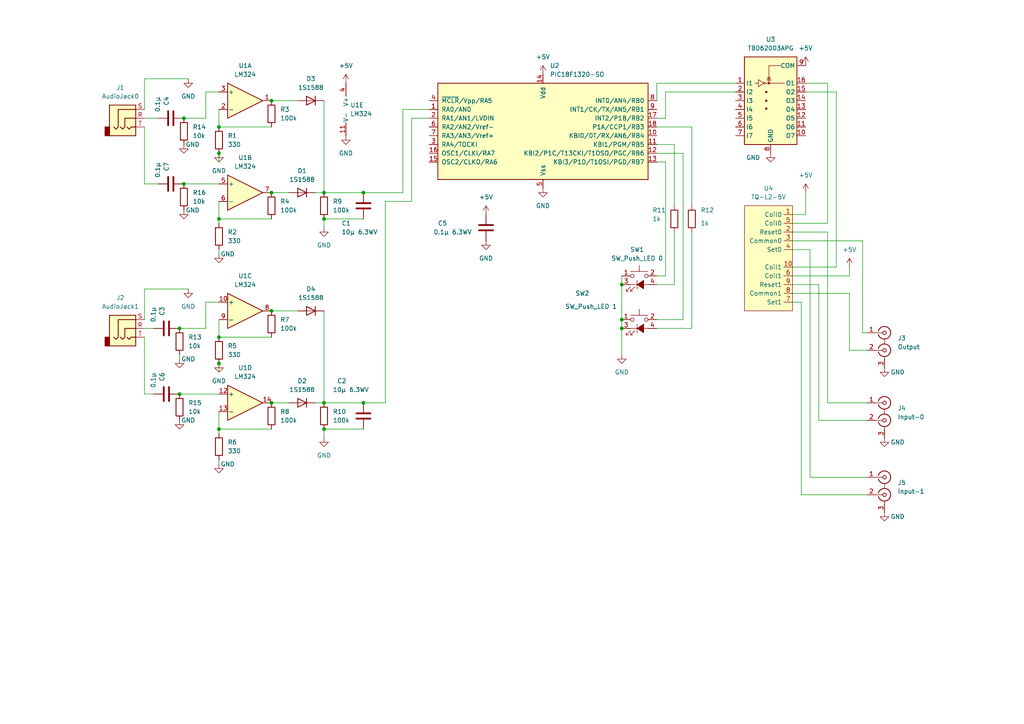
<source format=kicad_sch>
(kicad_sch (version 20211123) (generator eeschema)
  (paper "A4")
  (lib_symbols
    (symbol "Amplifier_Operational:LM324" (pin_names (offset 0.127))
      (property "Reference" "U" (at 0 5.08 0))
      (property "Value" "LM324" (at 0 -5.08 0))
      (symbol "LM324_1_1"
        (polyline (pts (xy -5.08 5.08) (xy 5.08 0) (xy -5.08 -5.08) (xy -5.08 5.08)) (stroke (width 0.254)) (fill (type background)))
        (pin output line (at 7.62 0 180) (length 2.54) (name "~") (number "1"))
        (pin input line (at -7.62 -2.54 0) (length 2.54) (name "-") (number "2"))
        (pin input line (at -7.62 2.54 0) (length 2.54) (name "+") (number "3"))
      )
      (symbol "LM324_2_1"
        (polyline (pts (xy -5.08 5.08) (xy 5.08 0) (xy -5.08 -5.08) (xy -5.08 5.08)) (stroke (width 0.254)) (fill (type background)))
        (pin input line (at -7.62 2.54 0) (length 2.54) (name "+") (number "5"))
        (pin input line (at -7.62 -2.54 0) (length 2.54) (name "-") (number "6"))
        (pin output line (at 7.62 0 180) (length 2.54) (name "~") (number "7"))
      )
      (symbol "LM324_3_1"
        (polyline (pts (xy -5.08 5.08) (xy 5.08 0) (xy -5.08 -5.08) (xy -5.08 5.08)) (stroke (width 0.254)) (fill (type background)))
        (pin input line (at -7.62 2.54 0) (length 2.54) (name "+") (number "10"))
        (pin output line (at 7.62 0 180) (length 2.54) (name "~") (number "8"))
        (pin input line (at -7.62 -2.54 0) (length 2.54) (name "-") (number "9"))
      )
      (symbol "LM324_4_1"
        (polyline (pts (xy -5.08 5.08) (xy 5.08 0) (xy -5.08 -5.08) (xy -5.08 5.08)) (stroke (width 0.254)) (fill (type background)))
        (pin input line (at -7.62 2.54 0) (length 2.54) (name "+") (number "12"))
        (pin input line (at -7.62 -2.54 0) (length 2.54) (name "-") (number "13"))
        (pin output line (at 7.62 0 180) (length 2.54) (name "~") (number "14"))
      )
      (symbol "LM324_5_1"
        (pin power_in line (at -2.54 -7.62 90) (length 3.81) (name "V-") (number "11"))
        (pin power_in line (at -2.54 7.62 270) (length 3.81) (name "V+") (number "4"))
      )
    )
    (symbol "Connector:AudioJack3"
      (property "Reference" "J" (at 0 8.89 0))
      (property "Value" "AudioJack3" (at 0 6.35 0))
      (symbol "AudioJack3_0_1"
        (rectangle (start -5.08 -5.08) (end -6.35 -2.54) (stroke (width 0.254)) (fill (type outline)))
        (polyline (pts (xy 0 -2.54) (xy 0.635 -3.175) (xy 1.27 -2.54) (xy 2.54 -2.54)) (stroke (width 0.254)))
        (polyline (pts (xy -1.905 -2.54) (xy -1.27 -3.175) (xy -0.635 -2.54) (xy -0.635 0) (xy 2.54 0)) (stroke (width 0.254)))
        (polyline (pts (xy 2.54 2.54) (xy -2.54 2.54) (xy -2.54 -2.54) (xy -3.175 -3.175) (xy -3.81 -2.54)) (stroke (width 0.254)))
        (rectangle (start 2.54 3.81) (end -5.08 -5.08) (stroke (width 0.254)) (fill (type background)))
      )
      (symbol "AudioJack3_1_1"
        (pin passive line (at 5.08 0 180) (length 2.54) (name "~") (number "R"))
        (pin passive line (at 5.08 2.54 180) (length 2.54) (name "~") (number "S"))
        (pin passive line (at 5.08 -2.54 180) (length 2.54) (name "~") (number "T"))
      )
    )
    (symbol "Connector:Conn_Coaxial_x2" (pin_names (offset 1.016) hide)
      (property "Reference" "J" (at 0 5.715 0))
      (property "Value" "Conn_Coaxial_x2" (at 2.921 0 90))
      (symbol "Conn_Coaxial_x2_0_1"
        (arc (start -1.778 -3.048) (mid 0.2311 -4.3466) (end 1.778 -2.54) (stroke (width 0.254)))
        (arc (start -1.778 2.032) (mid 0.2311 0.7334) (end 1.778 2.54) (stroke (width 0.254)))
        (circle (center 0 -2.54) (radius 0.508) (stroke (width 0.2032)))
        (polyline (pts (xy -2.54 -2.54) (xy -0.508 -2.54)))
        (polyline (pts (xy -2.54 2.54) (xy -0.508 2.54)))
        (polyline (pts (xy 0 -5.08) (xy 0 -4.318)))
        (polyline (pts (xy 0 0.762) (xy 0 -0.635)))
        (circle (center 0 2.54) (radius 0.508) (stroke (width 0.2032)))
        (arc (start 1.778 -2.54) (mid 0.2099 -0.7299) (end -1.778 -2.032) (stroke (width 0.254)))
        (arc (start 1.778 2.54) (mid 0.2099 4.3501) (end -1.778 3.048) (stroke (width 0.254)))
      )
      (symbol "Conn_Coaxial_x2_1_1"
        (pin passive line (at -5.08 2.54 0) (length 2.54) (name "IN1") (number "1"))
        (pin passive line (at -5.08 -2.54 0) (length 2.54) (name "IN2") (number "2"))
        (pin passive line (at 0 -7.62 90) (length 2.54) (name "EXT") (number "3"))
      )
    )
    (symbol "Device:C" (pin_numbers hide) (pin_names (offset 0.254))
      (property "Reference" "C" (at 0.635 2.54 0))
      (property "Value" "C" (at 0.635 -2.54 0))
      (symbol "C_0_1"
        (polyline (pts (xy -2.032 -0.762) (xy 2.032 -0.762)) (stroke (width 0.508)))
        (polyline (pts (xy -2.032 0.762) (xy 2.032 0.762)) (stroke (width 0.508)))
      )
      (symbol "C_1_1"
        (pin passive line (at 0 3.81 270) (length 2.794) (name "~") (number "1"))
        (pin passive line (at 0 -3.81 90) (length 2.794) (name "~") (number "2"))
      )
    )
    (symbol "Device:D" (pin_numbers hide) (pin_names (offset 1.016) hide)
      (property "Reference" "D" (at 0 2.54 0))
      (property "Value" "D" (at 0 -2.54 0))
      (symbol "D_0_1"
        (polyline (pts (xy -1.27 1.27) (xy -1.27 -1.27)) (stroke (width 0.254)))
        (polyline (pts (xy 1.27 0) (xy -1.27 0)))
        (polyline (pts (xy 1.27 1.27) (xy 1.27 -1.27) (xy -1.27 0) (xy 1.27 1.27)) (stroke (width 0.254)))
      )
      (symbol "D_1_1"
        (pin passive line (at -3.81 0 0) (length 2.54) (name "K") (number "1"))
        (pin passive line (at 3.81 0 180) (length 2.54) (name "A") (number "2"))
      )
    )
    (symbol "Device:R" (pin_numbers hide) (pin_names (offset 0))
      (property "Reference" "R" (at 2.032 0 90))
      (property "Value" "R" (at 0 0 90))
      (symbol "R_0_1"
        (rectangle (start -1.016 -2.54) (end 1.016 2.54) (stroke (width 0.254)))
      )
      (symbol "R_1_1"
        (pin passive line (at 0 3.81 270) (length 1.27) (name "~") (number "1"))
        (pin passive line (at 0 -3.81 90) (length 1.27) (name "~") (number "2"))
      )
    )
    (symbol "MCU_Microchip_PIC18:PIC18F1320-SO" (pin_names (offset 1.016))
      (property "Reference" "U" (at -13.97 13.97 0))
      (property "Value" "PIC18F1320-SO" (at 2.54 13.97 0))
      (symbol "PIC18F1320-SO_0_1"
        (rectangle (start -30.48 15.24) (end 30.48 -12.7) (stroke (width 0.254)) (fill (type background)))
      )
      (symbol "PIC18F1320-SO_1_1"
        (pin input line (at -33.02 7.62 0) (length 2.54) (name "RA0/AN0") (number "1"))
        (pin input line (at 33.02 0 180) (length 2.54) (name "KBI0/DT/RX/AN6/RB4") (number "10"))
        (pin input line (at 33.02 -2.54 180) (length 2.54) (name "KBI1/PGM/RB5") (number "11"))
        (pin input line (at 33.02 -5.08 180) (length 2.54) (name "KBI2/P1C/T13CKI/T1OSO/PGC/RB6") (number "12"))
        (pin input line (at 33.02 -7.62 180) (length 2.54) (name "KBI3/P1D/T1OSI/PGD/RB7") (number "13"))
        (pin power_in line (at 0 17.78 270) (length 2.54) (name "Vdd") (number "14"))
        (pin input line (at -33.02 -7.62 0) (length 2.54) (name "OSC2/CLKO/RA6") (number "15"))
        (pin input line (at -33.02 -5.08 0) (length 2.54) (name "OSC1/CLKI/RA7") (number "16"))
        (pin input line (at 33.02 5.08 180) (length 2.54) (name "INT2/P1B/RB2") (number "17"))
        (pin input line (at 33.02 2.54 180) (length 2.54) (name "P1A/CCP1/RB3") (number "18"))
        (pin input line (at -33.02 5.08 0) (length 2.54) (name "RA1/AN1/LVDIN") (number "2"))
        (pin input line (at -33.02 -2.54 0) (length 2.54) (name "RA4/TOCKI") (number "3"))
        (pin input line (at -33.02 10.16 0) (length 2.54) (name "~{MCLR}/Vpp/RA5") (number "4"))
        (pin power_in line (at 0 -15.24 90) (length 2.54) (name "Vss") (number "5"))
        (pin input line (at -33.02 2.54 0) (length 2.54) (name "RA2/AN2/Vref-") (number "6"))
        (pin input line (at -33.02 0 0) (length 2.54) (name "RA3/AN3/Vref+") (number "7"))
        (pin input line (at 33.02 10.16 180) (length 2.54) (name "INT0/AN4/RB0") (number "8"))
        (pin input line (at 33.02 7.62 180) (length 2.54) (name "INT1/CK/TX/AN5/RB1") (number "9"))
      )
    )
    (symbol "Switch:SW_Push_LED" (pin_names (offset 1.016) hide)
      (property "Reference" "SW" (at 0.635 5.715 0))
      (property "Value" "SW_Push_LED" (at 0 -3.175 0))
      (symbol "SW_Push_LED_0_0"
        (polyline (pts (xy -3.81 -1.905) (xy -2.54 -0.635)))
        (polyline (pts (xy -2.54 -1.905) (xy -1.27 -0.635)))
        (polyline (pts (xy -2.54 0) (xy 2.54 0)))
        (polyline (pts (xy -0.635 1.27) (xy -0.635 -1.27)))
        (polyline (pts (xy -3.81 -1.27) (xy -3.81 -1.905) (xy -3.175 -1.905)))
        (polyline (pts (xy -2.54 -1.27) (xy -2.54 -1.905) (xy -1.905 -1.905)))
        (polyline (pts (xy -0.635 0) (xy 1.27 1.27) (xy 1.27 -1.27) (xy -0.635 0)) (fill (type outline)))
      )
      (symbol "SW_Push_LED_0_1"
        (circle (center -2.032 2.54) (radius 0.508))
        (polyline (pts (xy 0 3.81) (xy 0 5.588)))
        (polyline (pts (xy 2.54 3.81) (xy -2.54 3.81)))
        (circle (center 2.032 2.54) (radius 0.508))
        (pin passive line (at -5.08 2.54 0) (length 2.54) (name "1") (number "1"))
        (pin passive line (at 5.08 2.54 180) (length 2.54) (name "2") (number "2"))
        (pin passive line (at -5.08 0 0) (length 2.54) (name "K") (number "3"))
        (pin passive line (at 5.08 0 180) (length 2.54) (name "A") (number "4"))
      )
    )
    (symbol "Transistor_Array:ULN2003"
      (property "Reference" "U" (at 0 15.875 0))
      (property "Value" "ULN2003" (at 0 13.97 0))
      (symbol "ULN2003_0_1"
        (rectangle (start -7.62 -12.7) (end 7.62 12.7) (stroke (width 0.254)) (fill (type background)))
        (circle (center -1.778 5.08) (radius 0.254))
        (circle (center -1.27 -2.286) (radius 0.254) (fill (type outline)))
        (circle (center -1.27 0) (radius 0.254) (fill (type outline)))
        (circle (center -1.27 2.54) (radius 0.254) (fill (type outline)))
        (circle (center -0.508 5.08) (radius 0.254) (fill (type outline)))
        (polyline (pts (xy -4.572 5.08) (xy -3.556 5.08)))
        (polyline (pts (xy -1.524 5.08) (xy 4.064 5.08)))
        (polyline (pts (xy 0 6.731) (xy -1.016 6.731)))
        (polyline (pts (xy -0.508 5.08) (xy -0.508 10.16) (xy 2.921 10.16)))
        (polyline (pts (xy -3.556 6.096) (xy -3.556 4.064) (xy -2.032 5.08) (xy -3.556 6.096)))
        (polyline (pts (xy 0 5.969) (xy -1.016 5.969) (xy -0.508 6.731) (xy 0 5.969)))
      )
      (symbol "ULN2003_1_1"
        (pin input line (at -10.16 5.08 0) (length 2.54) (name "I1") (number "1"))
        (pin open_collector line (at 10.16 -10.16 180) (length 2.54) (name "O7") (number "10"))
        (pin open_collector line (at 10.16 -7.62 180) (length 2.54) (name "O6") (number "11"))
        (pin open_collector line (at 10.16 -5.08 180) (length 2.54) (name "O5") (number "12"))
        (pin open_collector line (at 10.16 -2.54 180) (length 2.54) (name "O4") (number "13"))
        (pin open_collector line (at 10.16 0 180) (length 2.54) (name "O3") (number "14"))
        (pin open_collector line (at 10.16 2.54 180) (length 2.54) (name "O2") (number "15"))
        (pin open_collector line (at 10.16 5.08 180) (length 2.54) (name "O1") (number "16"))
        (pin input line (at -10.16 2.54 0) (length 2.54) (name "I2") (number "2"))
        (pin input line (at -10.16 0 0) (length 2.54) (name "I3") (number "3"))
        (pin input line (at -10.16 -2.54 0) (length 2.54) (name "I4") (number "4"))
        (pin input line (at -10.16 -5.08 0) (length 2.54) (name "I5") (number "5"))
        (pin input line (at -10.16 -7.62 0) (length 2.54) (name "I6") (number "6"))
        (pin input line (at -10.16 -10.16 0) (length 2.54) (name "I7") (number "7"))
        (pin power_in line (at 0 -15.24 90) (length 2.54) (name "GND") (number "8"))
        (pin passive line (at 10.16 10.16 180) (length 2.54) (name "COM") (number "9"))
      )
    )
    (symbol "power:+5V" (power) (pin_names (offset 0))
      (property "Value" "+5V" (at 0 3.556 0))
      (symbol "+5V_0_1"
        (polyline (pts (xy -0.762 1.27) (xy 0 2.54)))
        (polyline (pts (xy 0 0) (xy 0 2.54)))
        (polyline (pts (xy 0 2.54) (xy 0.762 1.27)))
      )
      (symbol "+5V_1_1"
        (pin power_in line (at 0 0 90) (length 0) hide (name "+5V") (number "1"))
      )
    )
    (symbol "power:GND" (power) (pin_names (offset 0))
      (property "Value" "GND" (at 0 -3.81 0))
      (symbol "GND_0_1"
        (polyline (pts (xy 0 0) (xy 0 -1.27) (xy 1.27 -1.27) (xy 0 -2.54) (xy -1.27 -1.27) (xy 0 -1.27)))
      )
      (symbol "GND_1_1"
        (pin power_in line (at 0 0 270) (length 0) hide (name "GND") (number "1"))
      )
    )
    (symbol "ruimo:TQ-L2-5V"
      (property "Reference" "U" (at -3.81 1.27 0))
      (property "Value" "TQ-L2-5V" (at -2.54 3.81 0))
      (symbol "TQ-L2-5V_0_1"
        (rectangle (start -13.97 0) (end 0 -30.48) (fill (type background)))
      )
      (symbol "TQ-L2-5V_1_1"
        (pin passive line (at 0 -2.54 180) (length 2.54) (name "Coil0") (number "1"))
        (pin passive line (at 0 -17.78 180) (length 2.54) (name "Coil1") (number "10"))
        (pin passive line (at 0 -7.62 180) (length 2.54) (name "Reset0") (number "2"))
        (pin passive line (at 0 -10.16 180) (length 2.54) (name "Common0") (number "3"))
        (pin passive line (at 0 -12.7 180) (length 2.54) (name "Set0") (number "4"))
        (pin passive line (at 0 -5.08 180) (length 2.54) (name "Coil0") (number "5"))
        (pin passive line (at 0 -20.32 180) (length 2.54) (name "Coil1") (number "6"))
        (pin passive line (at 0 -27.94 180) (length 2.54) (name "Set1") (number "7"))
        (pin passive line (at 0 -25.4 180) (length 2.54) (name "Common1") (number "8"))
        (pin passive line (at 0 -22.86 180) (length 2.54) (name "Reset1") (number "9"))
      )
    )
  )
  (junction (at 105.41 55.88))
  (junction (at 63.5 105.41))
  (junction (at 52.07 95.25))
  (junction (at 63.5 97.79))
  (junction (at 53.34 53.34))
  (junction (at 63.5 44.45))
  (junction (at 180.34 92.71))
  (junction (at 180.34 95.25))
  (junction (at 78.74 55.88))
  (junction (at 93.98 63.5))
  (junction (at 180.34 82.55))
  (junction (at 105.41 116.84))
  (junction (at 93.98 116.84))
  (junction (at 93.98 124.46))
  (junction (at 93.98 55.88))
  (junction (at 52.07 114.3))
  (junction (at 78.74 116.84))
  (junction (at 78.74 90.17))
  (junction (at 53.34 34.29))
  (junction (at 63.5 36.83))
  (junction (at 63.5 63.5))
  (junction (at 78.74 29.21))
  (junction (at 63.5 124.46))
  (wire (pts (xy 93.98 116.84) (xy 91.44 116.84)))
  (wire (pts (xy 229.87 67.31) (xy 240.03 67.31)))
  (wire (pts (xy 229.87 72.39) (xy 234.95 72.39)))
  (wire (pts (xy 242.57 26.67) (xy 242.57 77.47)))
  (wire (pts (xy 63.5 87.63) (xy 59.69 87.63)))
  (wire (pts (xy 53.34 53.34) (xy 63.5 53.34)))
  (wire (pts (xy 240.03 24.13) (xy 233.68 24.13)))
  (wire (pts (xy 195.58 41.91) (xy 195.58 59.69)))
  (wire (pts (xy 229.87 69.85) (xy 250.19 69.85)))
  (wire (pts (xy 190.5 36.83) (xy 200.66 36.83)))
  (wire (pts (xy 200.66 36.83) (xy 200.66 59.69)))
  (wire (pts (xy 52.07 102.87) (xy 52.07 104.14)))
  (wire (pts (xy 180.34 82.55) (xy 180.34 80.01)))
  (wire (pts (xy 111.76 58.42) (xy 119.38 58.42)))
  (wire (pts (xy 52.07 95.25) (xy 59.69 95.25)))
  (wire (pts (xy 246.38 101.6) (xy 251.46 101.6)))
  (wire (pts (xy 232.41 143.51) (xy 251.46 143.51)))
  (wire (pts (xy 52.07 114.3) (xy 63.5 114.3)))
  (wire (pts (xy 193.04 26.67) (xy 213.36 26.67)))
  (wire (pts (xy 190.5 24.13) (xy 213.36 24.13)))
  (wire (pts (xy 63.5 58.42) (xy 63.5 63.5)))
  (wire (pts (xy 105.41 116.84) (xy 111.76 116.84)))
  (wire (pts (xy 86.36 29.21) (xy 78.74 29.21)))
  (wire (pts (xy 180.34 102.87) (xy 180.34 95.25)))
  (wire (pts (xy 63.5 119.38) (xy 63.5 124.46)))
  (wire (pts (xy 83.82 116.84) (xy 78.74 116.84)))
  (wire (pts (xy 59.69 87.63) (xy 59.69 95.25)))
  (wire (pts (xy 190.5 34.29) (xy 193.04 34.29)))
  (wire (pts (xy 229.87 87.63) (xy 232.41 87.63)))
  (wire (pts (xy 119.38 58.42) (xy 119.38 34.29)))
  (wire (pts (xy 193.04 34.29) (xy 193.04 26.67)))
  (wire (pts (xy 78.74 36.83) (xy 63.5 36.83)))
  (wire (pts (xy 105.41 124.46) (xy 93.98 124.46)))
  (wire (pts (xy 246.38 77.47) (xy 246.38 80.01)))
  (wire (pts (xy 119.38 34.29) (xy 124.46 34.29)))
  (wire (pts (xy 233.68 26.67) (xy 242.57 26.67)))
  (wire (pts (xy 105.41 116.84) (xy 93.98 116.84)))
  (wire (pts (xy 246.38 80.01) (xy 229.87 80.01)))
  (wire (pts (xy 63.5 133.35) (xy 63.5 134.62)))
  (wire (pts (xy 41.91 34.29) (xy 45.72 34.29)))
  (wire (pts (xy 233.68 62.23) (xy 229.87 62.23)))
  (wire (pts (xy 41.91 97.79) (xy 41.91 114.3)))
  (wire (pts (xy 93.98 66.04) (xy 93.98 63.5)))
  (wire (pts (xy 195.58 67.31) (xy 195.58 82.55)))
  (wire (pts (xy 41.91 53.34) (xy 45.72 53.34)))
  (wire (pts (xy 229.87 64.77) (xy 240.03 64.77)))
  (wire (pts (xy 63.5 46.99) (xy 63.5 44.45)))
  (wire (pts (xy 78.74 97.79) (xy 63.5 97.79)))
  (wire (pts (xy 41.91 92.71) (xy 41.91 83.82)))
  (wire (pts (xy 234.95 72.39) (xy 234.95 138.43)))
  (wire (pts (xy 59.69 26.67) (xy 59.69 34.29)))
  (wire (pts (xy 63.5 26.67) (xy 59.69 26.67)))
  (wire (pts (xy 198.12 92.71) (xy 190.5 92.71)))
  (wire (pts (xy 240.03 24.13) (xy 240.03 64.77)))
  (wire (pts (xy 41.91 114.3) (xy 44.45 114.3)))
  (wire (pts (xy 83.82 55.88) (xy 78.74 55.88)))
  (wire (pts (xy 190.5 44.45) (xy 198.12 44.45)))
  (wire (pts (xy 251.46 121.92) (xy 237.49 121.92)))
  (wire (pts (xy 93.98 55.88) (xy 91.44 55.88)))
  (wire (pts (xy 233.68 55.88) (xy 233.68 62.23)))
  (wire (pts (xy 78.74 63.5) (xy 63.5 63.5)))
  (wire (pts (xy 190.5 29.21) (xy 190.5 24.13)))
  (wire (pts (xy 229.87 85.09) (xy 246.38 85.09)))
  (wire (pts (xy 250.19 69.85) (xy 250.19 96.52)))
  (wire (pts (xy 44.45 95.25) (xy 41.91 95.25)))
  (wire (pts (xy 105.41 63.5) (xy 93.98 63.5)))
  (wire (pts (xy 63.5 63.5) (xy 63.5 64.77)))
  (wire (pts (xy 180.34 95.25) (xy 180.34 92.71)))
  (wire (pts (xy 63.5 107.95) (xy 63.5 105.41)))
  (wire (pts (xy 200.66 95.25) (xy 190.5 95.25)))
  (wire (pts (xy 41.91 31.75) (xy 41.91 22.86)))
  (wire (pts (xy 229.87 82.55) (xy 237.49 82.55)))
  (wire (pts (xy 63.5 31.75) (xy 63.5 36.83)))
  (wire (pts (xy 111.76 116.84) (xy 111.76 58.42)))
  (wire (pts (xy 198.12 44.45) (xy 198.12 92.71)))
  (wire (pts (xy 193.04 80.01) (xy 190.5 80.01)))
  (wire (pts (xy 116.84 55.88) (xy 116.84 31.75)))
  (wire (pts (xy 200.66 67.31) (xy 200.66 95.25)))
  (wire (pts (xy 234.95 138.43) (xy 251.46 138.43)))
  (wire (pts (xy 116.84 31.75) (xy 124.46 31.75)))
  (wire (pts (xy 246.38 85.09) (xy 246.38 101.6)))
  (wire (pts (xy 78.74 124.46) (xy 63.5 124.46)))
  (wire (pts (xy 93.98 90.17) (xy 93.98 116.84)))
  (wire (pts (xy 63.5 124.46) (xy 63.5 125.73)))
  (wire (pts (xy 41.91 36.83) (xy 41.91 53.34)))
  (wire (pts (xy 242.57 77.47) (xy 229.87 77.47)))
  (wire (pts (xy 232.41 87.63) (xy 232.41 143.51)))
  (wire (pts (xy 63.5 92.71) (xy 63.5 97.79)))
  (wire (pts (xy 195.58 41.91) (xy 190.5 41.91)))
  (wire (pts (xy 41.91 22.86) (xy 54.61 22.86)))
  (wire (pts (xy 237.49 121.92) (xy 237.49 82.55)))
  (wire (pts (xy 195.58 82.55) (xy 190.5 82.55)))
  (wire (pts (xy 63.5 72.39) (xy 63.5 73.66)))
  (wire (pts (xy 250.19 96.52) (xy 251.46 96.52)))
  (wire (pts (xy 53.34 34.29) (xy 59.69 34.29)))
  (wire (pts (xy 193.04 46.99) (xy 193.04 80.01)))
  (wire (pts (xy 93.98 127) (xy 93.98 124.46)))
  (wire (pts (xy 240.03 116.84) (xy 251.46 116.84)))
  (wire (pts (xy 190.5 46.99) (xy 193.04 46.99)))
  (wire (pts (xy 240.03 67.31) (xy 240.03 116.84)))
  (wire (pts (xy 180.34 92.71) (xy 180.34 82.55)))
  (wire (pts (xy 41.91 83.82) (xy 54.61 83.82)))
  (wire (pts (xy 93.98 29.21) (xy 93.98 55.88)))
  (wire (pts (xy 105.41 55.88) (xy 116.84 55.88)))
  (wire (pts (xy 105.41 55.88) (xy 93.98 55.88)))
  (wire (pts (xy 86.36 90.17) (xy 78.74 90.17)))
  (symbol (lib_id "Device:R") (at 63.5 101.6 0) (unit 1)
    (property "Reference" "R5" (at 66.04 100.3299 0) (effects (justify left)))
    (property "Value" "330" (at 66.04 102.8699 0) (effects (justify left)))
  )
  (symbol (lib_id "power:GND") (at 54.61 22.86 0) (unit 1)
    (property "Reference" "#PWR05" (effects hide))
    (property "Value" "GND" (at 54.61 27.94 0))
  )
  (symbol (lib_id "power:+5V") (at 233.68 19.05 0) (unit 1)
    (property "Reference" "#PWR014" (effects hide))
    (property "Value" "+5V" (at 233.68 13.97 0))
  )
  (symbol (lib_id "power:GND") (at 256.54 127 0) (unit 1)
    (property "Reference" "#PWR018" (effects hide))
    (property "Value" "GND" (at 260.35 128.27 0))
  )
  (symbol (lib_id "Device:R") (at 93.98 59.69 0) (unit 1)
    (property "Reference" "R9" (at 96.52 58.4199 0) (effects (justify left)))
    (property "Value" "100k" (at 96.52 60.9599 0) (effects (justify left)))
  )
  (symbol (lib_id "power:GND") (at 52.07 121.92 0) (unit 1)
    (property "Reference" "#PWR024" (effects hide))
    (property "Value" "GND" (at 54.61 121.92 0))
  )
  (symbol (lib_id "power:GND") (at 140.97 69.85 0) (unit 1)
    (property "Reference" "#PWR023" (effects hide))
    (property "Value" "GND" (at 140.97 74.93 0))
  )
  (symbol (lib_id "power:+5V") (at 140.97 62.23 0) (unit 1)
    (property "Reference" "#PWR022" (effects hide))
    (property "Value" "+5V" (at 140.97 57.15 0))
  )
  (symbol (lib_id "Connector:AudioJack3") (at 36.83 34.29 0) (unit 1)
    (property "Reference" "J1" (at 34.925 25.4 0))
    (property "Value" "AudioJack0" (at 34.925 27.94 0))
  )
  (symbol (lib_id "power:GND") (at 256.54 148.59 0) (unit 1)
    (property "Reference" "#PWR019" (effects hide))
    (property "Value" "GND" (at 260.35 149.86 0))
  )
  (symbol (lib_id "Connector:AudioJack3") (at 36.83 95.25 0) (unit 1)
    (property "Reference" "J2" (at 34.925 86.36 0))
    (property "Value" "AudioJack1" (at 34.925 88.9 0))
  )
  (symbol (lib_id "Device:R") (at 200.66 63.5 0) (unit 1)
    (property "Reference" "R12" (at 203.2 60.96 0) (effects (justify left)))
    (property "Value" "1k" (at 203.2 64.77 0) (effects (justify left)))
  )
  (symbol (lib_id "Device:R") (at 78.74 59.69 0) (unit 1)
    (property "Reference" "R4" (at 81.28 58.4199 0) (effects (justify left)))
    (property "Value" "100k" (at 81.28 60.9599 0) (effects (justify left)))
  )
  (symbol (lib_id "MCU_Microchip_PIC18:PIC18F1320-SO") (at 157.48 39.37 0) (unit 1)
    (property "Reference" "U2" (at 159.4994 19.05 0) (effects (justify left)))
    (property "Value" "PIC18F1320-SO" (at 159.4994 21.59 0) (effects (justify left)))
    (property "Footprint" "Package_SO:SOIC-18W_7.5x11.6mm_P1.27mm" (effects hide))
    (property "Datasheet" "http://ww1.microchip.com/downloads/en/DeviceDoc/39605F.pdf" (effects hide))
  )
  (symbol (lib_id "Connector:Conn_Coaxial_x2") (at 256.54 119.38 0) (unit 1)
    (property "Reference" "J4" (at 260.35 118.4031 0) (effects (justify left)))
    (property "Value" "Input-0" (at 260.35 120.9431 0) (effects (justify left)))
    (property "Datasheet" " ~" (effects hide))
  )
  (symbol (lib_id "power:GND") (at 157.48 54.61 0) (unit 1)
    (property "Reference" "#PWR011" (effects hide))
    (property "Value" "GND" (at 157.48 59.69 0))
  )
  (symbol (lib_id "Amplifier_Operational:LM324") (at 71.12 90.17 0) (unit 3)
    (property "Reference" "U1" (at 71.12 80.01 0))
    (property "Value" "LM324" (at 71.12 82.55 0))
    (property "Datasheet" "http://www.ti.com/lit/ds/symlink/lm2902-n.pdf" (effects hide))
  )
  (symbol (lib_id "power:GND") (at 100.33 39.37 0) (unit 1)
    (property "Reference" "#PWR01" (effects hide))
    (property "Value" "GND" (at 100.33 44.45 0))
  )
  (symbol (lib_id "Switch:SW_Push_LED") (at 185.42 82.55 0) (unit 1)
    (property "Reference" "SW1" (at 184.785 72.39 0))
    (property "Value" "SW_Push_LED 0" (at 184.785 74.93 0))
  )
  (symbol (lib_id "power:+5V") (at 246.38 77.47 0) (unit 1)
    (property "Reference" "#PWR016" (effects hide))
    (property "Value" "+5V" (at 246.38 72.39 0))
  )
  (symbol (lib_id "power:GND") (at 54.61 83.82 0) (unit 1)
    (property "Reference" "#PWR02" (effects hide))
    (property "Value" "GND" (at 54.61 88.9 0))
  )
  (symbol (lib_id "Device:R") (at 63.5 68.58 0) (unit 1)
    (property "Reference" "R2" (at 66.04 67.3099 0) (effects (justify left)))
    (property "Value" "330" (at 66.04 69.8499 0) (effects (justify left)))
  )
  (symbol (lib_id "power:GND") (at 52.07 104.14 0) (unit 1)
    (property "Reference" "#PWR020" (effects hide))
    (property "Value" "GND" (at 54.61 104.14 0))
  )
  (symbol (lib_id "power:GND") (at 256.54 106.68 0) (unit 1)
    (property "Reference" "#PWR017" (effects hide))
    (property "Value" "GND" (at 260.35 107.95 0))
  )
  (symbol (lib_id "power:+5V") (at 100.33 24.13 0) (unit 1)
    (property "Reference" "#PWR0101" (effects hide))
    (property "Value" "+5V" (at 100.33 19.05 0))
  )
  (symbol (lib_id "Amplifier_Operational:LM324") (at 71.12 55.88 0) (unit 2)
    (property "Reference" "U1" (at 71.12 45.72 0))
    (property "Value" "LM324" (at 71.12 48.26 0))
    (property "Datasheet" "http://www.ti.com/lit/ds/symlink/lm2902-n.pdf" (effects hide))
  )
  (symbol (lib_id "ruimo:TQ-L2-5V") (at 229.87 59.69 0) (unit 1)
    (property "Reference" "U4" (at 222.885 54.61 0))
    (property "Value" "TQ-L2-5V" (at 222.885 57.15 0))
  )
  (symbol (lib_id "Device:C") (at 48.26 95.25 270) (unit 1)
    (property "Reference" "C3" (at 46.99 88.9 0) (effects (justify left)))
    (property "Value" "0.1μ" (at 44.45 88.9 0) (effects (justify left)))
  )
  (symbol (lib_id "Device:D") (at 90.17 90.17 0) (mirror y) (unit 1)
    (property "Reference" "D4" (at 90.17 83.82 0))
    (property "Value" "1S1588" (at 90.17 86.36 0))
  )
  (symbol (lib_id "Device:C") (at 49.53 34.29 270) (unit 1)
    (property "Reference" "C4" (at 48.26 27.94 0) (effects (justify left)))
    (property "Value" "0.1μ" (at 45.72 27.94 0) (effects (justify left)))
  )
  (symbol (lib_id "Device:D") (at 90.17 29.21 0) (mirror y) (unit 1)
    (property "Reference" "D3" (at 90.17 22.86 0))
    (property "Value" "1S1588" (at 90.17 25.4 0))
  )
  (symbol (lib_id "Device:R") (at 52.07 99.06 0) (unit 1)
    (property "Reference" "R13" (at 54.61 97.7899 0) (effects (justify left)))
    (property "Value" "10k" (at 54.61 100.3299 0) (effects (justify left)))
  )
  (symbol (lib_id "power:GND") (at 180.34 102.87 0) (unit 1)
    (property "Reference" "#PWR012" (effects hide))
    (property "Value" "GND" (at 180.34 107.95 0))
  )
  (symbol (lib_id "Device:R") (at 78.74 120.65 0) (unit 1)
    (property "Reference" "R8" (at 81.28 119.3799 0) (effects (justify left)))
    (property "Value" "100k" (at 81.28 121.9199 0) (effects (justify left)))
  )
  (symbol (lib_id "Amplifier_Operational:LM324") (at 102.87 31.75 0) (unit 5)
    (property "Reference" "U1" (at 101.6 30.4799 0) (effects (justify left)))
    (property "Value" "LM324" (at 101.6 33.0199 0) (effects (justify left)))
    (property "Datasheet" "http://www.ti.com/lit/ds/symlink/lm2902-n.pdf" (effects hide))
  )
  (symbol (lib_id "Amplifier_Operational:LM324") (at 71.12 29.21 0) (unit 1)
    (property "Reference" "U1" (at 71.12 19.05 0))
    (property "Value" "LM324" (at 71.12 21.59 0))
    (property "Datasheet" "http://www.ti.com/lit/ds/symlink/lm2902-n.pdf" (effects hide))
  )
  (symbol (lib_id "power:+5V") (at 157.48 21.59 0) (unit 1)
    (property "Reference" "#PWR010" (effects hide))
    (property "Value" "+5V" (at 157.48 16.51 0))
  )
  (symbol (lib_id "power:GND") (at 63.5 134.62 0) (unit 1)
    (property "Reference" "#PWR04" (effects hide))
    (property "Value" "GND" (at 66.04 134.62 0))
  )
  (symbol (lib_id "Device:C") (at 49.53 53.34 270) (unit 1)
    (property "Reference" "C7" (at 48.26 46.99 0) (effects (justify left)))
    (property "Value" "0.1μ" (at 45.72 46.99 0) (effects (justify left)))
  )
  (symbol (lib_id "Switch:SW_Push_LED") (at 185.42 95.25 0) (unit 1)
    (property "Reference" "SW2" (at 168.91 85.09 0))
    (property "Value" "SW_Push_LED 1" (at 171.45 88.9 0))
  )
  (symbol (lib_id "Amplifier_Operational:LM324") (at 71.12 116.84 0) (unit 4)
    (property "Reference" "U1" (at 71.12 106.68 0))
    (property "Value" "LM324" (at 71.12 109.22 0))
    (property "Datasheet" "http://www.ti.com/lit/ds/symlink/lm2902-n.pdf" (effects hide))
  )
  (symbol (lib_id "Device:R") (at 195.58 63.5 0) (unit 1)
    (property "Reference" "R11" (at 189.23 60.96 0) (effects (justify left)))
    (property "Value" "1k" (at 189.23 63.5 0) (effects (justify left)))
  )
  (symbol (lib_id "power:GND") (at 63.5 73.66 0) (unit 1)
    (property "Reference" "#PWR07" (effects hide))
    (property "Value" "GND" (at 66.04 73.66 0))
  )
  (symbol (lib_id "power:GND") (at 93.98 127 0) (unit 1)
    (property "Reference" "#PWR09" (effects hide))
    (property "Value" "GND" (at 93.98 132.08 0))
  )
  (symbol (lib_id "Device:R") (at 53.34 38.1 0) (unit 1)
    (property "Reference" "R14" (at 55.88 36.8299 0) (effects (justify left)))
    (property "Value" "10k" (at 55.88 39.3699 0) (effects (justify left)))
  )
  (symbol (lib_id "Device:C") (at 105.41 120.65 0) (unit 1)
    (property "Reference" "C2" (at 97.79 110.49 0) (effects (justify left)))
    (property "Value" "10μ 6.3WV" (at 96.52 113.03 0) (effects (justify left)))
  )
  (symbol (lib_id "power:GND") (at 53.34 41.91 0) (unit 1)
    (property "Reference" "#PWR021" (effects hide))
    (property "Value" "GND" (at 55.88 41.91 0))
  )
  (symbol (lib_id "Device:R") (at 52.07 118.11 0) (unit 1)
    (property "Reference" "R15" (at 54.61 116.8399 0) (effects (justify left)))
    (property "Value" "10k" (at 54.61 119.3799 0) (effects (justify left)))
  )
  (symbol (lib_id "power:GND") (at 53.34 60.96 0) (unit 1)
    (property "Reference" "#PWR025" (effects hide))
    (property "Value" "GND" (at 55.88 60.96 0))
  )
  (symbol (lib_id "Device:R") (at 93.98 120.65 0) (unit 1)
    (property "Reference" "R10" (at 96.52 119.3799 0) (effects (justify left)))
    (property "Value" "100k" (at 96.52 121.9199 0) (effects (justify left)))
  )
  (symbol (lib_id "Device:R") (at 53.34 57.15 0) (unit 1)
    (property "Reference" "R16" (at 55.88 55.8799 0) (effects (justify left)))
    (property "Value" "10k" (at 55.88 58.4199 0) (effects (justify left)))
  )
  (symbol (lib_id "power:GND") (at 93.98 66.04 0) (unit 1)
    (property "Reference" "#PWR08" (effects hide))
    (property "Value" "GND" (at 93.98 71.12 0))
  )
  (symbol (lib_id "Device:D") (at 87.63 55.88 0) (mirror y) (unit 1)
    (property "Reference" "D1" (at 87.63 49.53 0))
    (property "Value" "1S1588" (at 87.63 52.07 0))
  )
  (symbol (lib_id "Device:C") (at 105.41 59.69 0) (unit 1)
    (property "Reference" "C1" (at 99.06 64.77 0) (effects (justify left)))
    (property "Value" "10μ 6.3WV" (at 99.06 67.31 0) (effects (justify left)))
  )
  (symbol (lib_id "power:GND") (at 63.5 44.45 0) (unit 1)
    (property "Reference" "#PWR06" (effects hide))
    (property "Value" "GND" (at 63.5 49.53 0))
  )
  (symbol (lib_id "Device:R") (at 63.5 129.54 0) (unit 1)
    (property "Reference" "R6" (at 66.04 128.2699 0) (effects (justify left)))
    (property "Value" "330" (at 66.04 130.8099 0) (effects (justify left)))
  )
  (symbol (lib_id "Connector:Conn_Coaxial_x2") (at 256.54 99.06 0) (unit 1)
    (property "Reference" "J3" (at 260.35 98.0831 0) (effects (justify left)))
    (property "Value" "Output" (at 260.35 100.6231 0) (effects (justify left)))
    (property "Datasheet" " ~" (effects hide))
  )
  (symbol (lib_id "power:+5V") (at 233.68 55.88 0) (unit 1)
    (property "Reference" "#PWR015" (effects hide))
    (property "Value" "+5V" (at 233.68 50.8 0))
  )
  (symbol (lib_id "Device:C") (at 140.97 66.04 0) (unit 1)
    (property "Reference" "C5" (at 127 64.77 0) (effects (justify left)))
    (property "Value" "0.1μ 6.3WV" (at 125.73 67.31 0) (effects (justify left)))
  )
  (symbol (lib_id "Device:R") (at 78.74 33.02 0) (unit 1)
    (property "Reference" "R3" (at 81.28 31.7499 0) (effects (justify left)))
    (property "Value" "100k" (at 81.28 34.2899 0) (effects (justify left)))
  )
  (symbol (lib_id "Device:D") (at 87.63 116.84 0) (mirror y) (unit 1)
    (property "Reference" "D2" (at 87.63 110.49 0))
    (property "Value" "1S1588" (at 87.63 113.03 0))
  )
  (symbol (lib_id "Device:R") (at 63.5 40.64 0) (unit 1)
    (property "Reference" "R1" (at 66.04 39.3699 0) (effects (justify left)))
    (property "Value" "330" (at 66.04 41.9099 0) (effects (justify left)))
  )
  (symbol (lib_id "Device:R") (at 78.74 93.98 0) (unit 1)
    (property "Reference" "R7" (at 81.28 92.7099 0) (effects (justify left)))
    (property "Value" "100k" (at 81.28 95.2499 0) (effects (justify left)))
  )
  (symbol (lib_id "power:GND") (at 223.52 44.45 0) (unit 1)
    (property "Reference" "#PWR013" (effects hide))
    (property "Value" "GND" (at 218.44 45.72 0))
  )
  (symbol (lib_id "Transistor_Array:ULN2003") (at 223.52 29.21 0) (unit 1)
    (property "Reference" "U3" (at 223.52 11.43 0))
    (property "Value" "TBD62003APG" (at 223.52 13.97 0))
    (property "Datasheet" "http://www.ti.com/lit/ds/symlink/uln2003a.pdf" (effects hide))
  )
  (symbol (lib_id "Device:C") (at 48.26 114.3 270) (unit 1)
    (property "Reference" "C6" (at 46.99 107.95 0) (effects (justify left)))
    (property "Value" "0.1μ" (at 44.45 107.95 0) (effects (justify left)))
  )
  (symbol (lib_id "Connector:Conn_Coaxial_x2") (at 256.54 140.97 0) (unit 1)
    (property "Reference" "J5" (at 260.35 139.9931 0) (effects (justify left)))
    (property "Value" "Input-1" (at 260.35 142.5331 0) (effects (justify left)))
    (property "Datasheet" " ~" (effects hide))
  )
  (symbol (lib_id "power:GND") (at 63.5 105.41 0) (unit 1)
    (property "Reference" "#PWR03" (effects hide))
    (property "Value" "GND" (at 63.5 110.49 0))
  )
)
</source>
